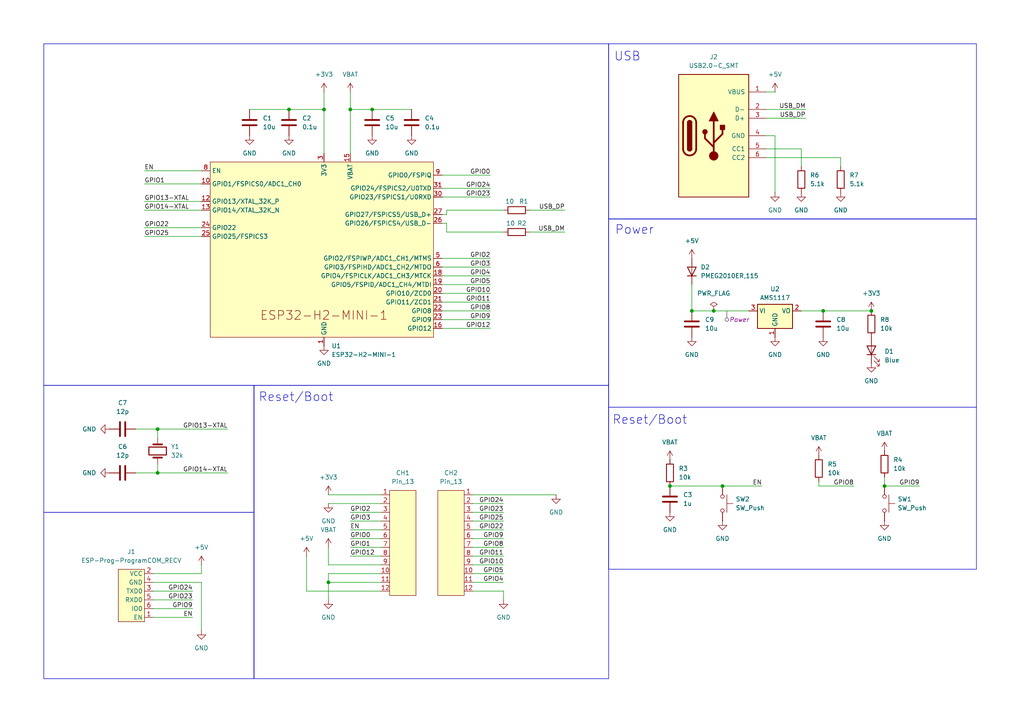
<source format=kicad_sch>
(kicad_sch (version 20231120) (generator "eeschema") (generator_version "8.0")
  (paper "A4")
  (title_block (title "ESP32-H2-MINI-1 DevBoard B") (rev "v1.0.0") (company "Atsushi Morimoto (@74th)"))
  (lib_symbols
    (symbol "74th_Interface:ESP-Prog-ProgramCOM_RECV"
      (property "Reference" "J" (at 0 5.08 0))
      (property "Value" "ESP-Prog-ProgramCOM_RECV" (at 0 7.62 0))
      (symbol "ESP-Prog-ProgramCOM_RECV_0_1"
        (rectangle (start -3.81 3.81) (end 3.81 -11.43) (stroke (width 0.1524)) (fill (type background)))
      )
      (symbol "ESP-Prog-ProgramCOM_RECV_1_1"
        (pin output line (at 6.35 -10.16 180) (length 2.54) (name "EN") (number "1"))
        (pin passive line (at 6.35 2.54 180) (length 2.54) (name "VCC") (number "2"))
        (pin input line (at 6.35 -2.54 180) (length 2.54) (name "TXD0") (number "3"))
        (pin passive line (at 6.35 0 180) (length 2.54) (name "GND") (number "4"))
        (pin output line (at 6.35 -5.08 180) (length 2.54) (name "RXD0") (number "5"))
        (pin output line (at 6.35 -7.62 180) (length 2.54) (name "IO0") (number "6"))
      )
    )
    (symbol "74th_Interface:Pin_12"
      (property "Reference" "CH2" (at 0 6.35 0))
      (property "Value" "Pin_13" (at 0 3.81 0))
      (symbol "Pin_12_0_1"
        (rectangle (start -3.81 1.27) (end 3.81 -29.21) (stroke (width 0.1524)) (fill (type background)))
      )
      (symbol "Pin_12_1_1"
        (pin power_in line (at 6.35 0 180) (length 2.54) (name "") (number "1"))
        (pin bidirectional line (at 6.35 -22.86 180) (length 2.54) (name "") (number "10"))
        (pin power_in line (at 6.35 -25.4 180) (length 2.54) (name "") (number "11"))
        (pin power_in line (at 6.35 -27.94 180) (length 2.54) (name "") (number "12"))
        (pin bidirectional line (at 6.35 -2.54 180) (length 2.54) (name "") (number "2"))
        (pin bidirectional line (at 6.35 -5.08 180) (length 2.54) (name "") (number "3"))
        (pin bidirectional line (at 6.35 -7.62 180) (length 2.54) (name "") (number "4"))
        (pin bidirectional line (at 6.35 -10.16 180) (length 2.54) (name "") (number "5"))
        (pin bidirectional line (at 6.35 -12.7 180) (length 2.54) (name "") (number "6"))
        (pin bidirectional line (at 6.35 -15.24 180) (length 2.54) (name "") (number "7"))
        (pin bidirectional line (at 6.35 -17.78 180) (length 2.54) (name "") (number "8"))
        (pin bidirectional line (at 6.35 -20.32 180) (length 2.54) (name "") (number "9"))
      )
    )
    (symbol "74th_Interface:USB_TypeC-2.0_Receptacle" (pin_names (offset 1.016))
      (property "Reference" "J" (at -10.16 19.05 0))
      (property "Value" "USB2.0-C_SMT" (at 15.24 19.05 0))
      (symbol "USB_TypeC-2.0_Receptacle_0_1"
        (rectangle (start -10.16 17.78) (end 10.16 -17.78) (stroke (width 0.254)) (fill (type background)))
        (arc (start -8.89 -3.81) (mid -6.985 -5.7067) (end -5.08 -3.81) (stroke (width 0.508)))
        (arc (start -7.62 -3.81) (mid -6.985 -4.4423) (end -6.35 -3.81) (stroke (width 0.254)))
        (arc (start -7.62 -3.81) (mid -6.985 -4.4423) (end -6.35 -3.81) (stroke (width 0.254)) (fill (type outline)))
        (rectangle (start -7.62 -3.81) (end -6.35 3.81) (stroke (width 0.254)) (fill (type outline)))
        (arc (start -6.35 3.81) (mid -6.985 4.4423) (end -7.62 3.81) (stroke (width 0.254)))
        (arc (start -6.35 3.81) (mid -6.985 4.4423) (end -7.62 3.81) (stroke (width 0.254)) (fill (type outline)))
        (arc (start -5.08 3.81) (mid -6.985 5.7067) (end -8.89 3.81) (stroke (width 0.508)))
        (circle (center -2.54 1.143) (radius 0.635) (stroke (width 0.254)) (fill (type outline)))
        (circle (center 0 -5.842) (radius 1.27) (fill (type outline)))
        (polyline (pts (xy -8.89 -3.81) (xy -8.89 3.81)) (stroke (width 0.508)))
        (polyline (pts (xy -5.08 3.81) (xy -5.08 -3.81)) (stroke (width 0.508)))
        (polyline (pts (xy 0 -5.842) (xy 0 4.318)) (stroke (width 0.508)))
        (polyline (pts (xy 0 -3.302) (xy -2.54 -0.762) (xy -2.54 0.508)) (stroke (width 0.508)))
        (polyline (pts (xy 0 -2.032) (xy 2.54 0.508) (xy 2.54 1.778)) (stroke (width 0.508)))
        (polyline (pts (xy -1.27 4.318) (xy 0 6.858) (xy 1.27 4.318) (xy -1.27 4.318)) (stroke (width 0.254)) (fill (type outline)))
        (rectangle (start 1.905 1.778) (end 3.175 3.048) (stroke (width 0.254)) (fill (type outline)))
      )
      (symbol "USB_TypeC-2.0_Receptacle_1_1"
        (pin power_out line (at 15.24 12.7 180) (length 5.08) (name "VBUS") (number "1"))
        (pin bidirectional line (at 15.24 7.62 180) (length 5.08) (name "D-") (number "2"))
        (pin bidirectional line (at 15.24 5.08 180) (length 5.08) (name "D+") (number "3"))
        (pin power_out line (at 15.24 0 180) (length 5.08) (name "GND") (number "4"))
        (pin input line (at 15.24 -3.81 180) (length 5.08) (name "CC1") (number "5"))
        (pin input line (at 15.24 -6.35 180) (length 5.08) (name "CC2") (number "6"))
      )
    )
    (symbol "74th_Passive:AMS1117-3.3_Regulator_SOT223"
      (property "Reference" "U" (at -3.81 3.175 0))
      (property "Value" "AMS1117" (at 0 3.175 0))
      (symbol "AMS1117-3.3_Regulator_SOT223_0_1"
        (rectangle (start -5.08 1.905) (end 5.08 -5.08) (stroke (width 0.254)) (fill (type background)))
      )
      (symbol "AMS1117-3.3_Regulator_SOT223_1_1"
        (pin power_in line (at 0 -7.62 90) (length 2.54) (name "GND") (number "1"))
        (pin power_out line (at 7.62 0 180) (length 2.54) (name "VO") (number "2"))
        (pin power_in line (at -7.62 0 0) (length 2.54) (name "VI") (number "3"))
      )
    )
    (symbol "74th_Power:VBAT" (power) (pin_numbers hide) (pin_names (offset 0) hide)
      (property "Value" "VBAT" (at 0 3.556 0))
      (symbol "VBAT_0_1"
        (polyline (pts (xy -0.762 1.27) (xy 0 2.54)))
        (polyline (pts (xy 0 0) (xy 0 2.54)))
        (polyline (pts (xy 0 2.54) (xy 0.762 1.27)))
      )
      (symbol "VBAT_1_1"
        (pin power_in line (at 0 0 90) (length 0) (name "~") (number "1"))
      )
    )
    (symbol "Device:C" (pin_numbers hide) (pin_names (offset 0.254))
      (property "Reference" "C" (at 0.635 2.54 0))
      (property "Value" "C" (at 0.635 -2.54 0))
      (symbol "C_0_1"
        (polyline (pts (xy -2.032 -0.762) (xy 2.032 -0.762)) (stroke (width 0.508)))
        (polyline (pts (xy -2.032 0.762) (xy 2.032 0.762)) (stroke (width 0.508)))
      )
      (symbol "C_1_1"
        (pin passive line (at 0 3.81 270) (length 2.794) (name "~") (number "1"))
        (pin passive line (at 0 -3.81 90) (length 2.794) (name "~") (number "2"))
      )
    )
    (symbol "Device:Crystal" (pin_numbers hide) (pin_names (offset 1.016) hide)
      (property "Reference" "Y" (at 0 3.81 0))
      (property "Value" "Crystal" (at 0 -3.81 0))
      (symbol "Crystal_0_1"
        (rectangle (start -1.143 2.54) (end 1.143 -2.54) (stroke (width 0.3048)))
        (polyline (pts (xy -2.54 0) (xy -1.905 0)))
        (polyline (pts (xy -1.905 -1.27) (xy -1.905 1.27)) (stroke (width 0.508)))
        (polyline (pts (xy 1.905 -1.27) (xy 1.905 1.27)) (stroke (width 0.508)))
        (polyline (pts (xy 2.54 0) (xy 1.905 0)))
      )
      (symbol "Crystal_1_1"
        (pin passive line (at -3.81 0 0) (length 1.27) (name "1") (number "1"))
        (pin passive line (at 3.81 0 180) (length 1.27) (name "2") (number "2"))
      )
    )
    (symbol "Device:D" (pin_numbers hide) (pin_names (offset 1.016) hide)
      (property "Reference" "D" (at 0 2.54 0))
      (property "Value" "D" (at 0 -2.54 0))
      (symbol "D_0_1"
        (polyline (pts (xy -1.27 1.27) (xy -1.27 -1.27)) (stroke (width 0.254)))
        (polyline (pts (xy 1.27 0) (xy -1.27 0)))
        (polyline (pts (xy 1.27 1.27) (xy 1.27 -1.27) (xy -1.27 0) (xy 1.27 1.27)) (stroke (width 0.254)))
      )
      (symbol "D_1_1"
        (pin passive line (at -3.81 0 0) (length 2.54) (name "K") (number "1"))
        (pin passive line (at 3.81 0 180) (length 2.54) (name "A") (number "2"))
      )
    )
    (symbol "Device:LED" (pin_numbers hide) (pin_names (offset 1.016) hide)
      (property "Reference" "D" (at 0 2.54 0))
      (property "Value" "LED" (at 0 -2.54 0))
      (symbol "LED_0_1"
        (polyline (pts (xy -1.27 -1.27) (xy -1.27 1.27)) (stroke (width 0.254)))
        (polyline (pts (xy -1.27 0) (xy 1.27 0)))
        (polyline (pts (xy 1.27 -1.27) (xy 1.27 1.27) (xy -1.27 0) (xy 1.27 -1.27)) (stroke (width 0.254)))
        (polyline (pts (xy -3.048 -0.762) (xy -4.572 -2.286) (xy -3.81 -2.286) (xy -4.572 -2.286) (xy -4.572 -1.524)))
        (polyline (pts (xy -1.778 -0.762) (xy -3.302 -2.286) (xy -2.54 -2.286) (xy -3.302 -2.286) (xy -3.302 -1.524)))
      )
      (symbol "LED_1_1"
        (pin passive line (at -3.81 0 0) (length 2.54) (name "K") (number "1"))
        (pin passive line (at 3.81 0 180) (length 2.54) (name "A") (number "2"))
      )
    )
    (symbol "Device:R" (pin_numbers hide) (pin_names (offset 0))
      (property "Reference" "R" (at 2.032 0 90))
      (property "Value" "R" (at 0 0 90))
      (symbol "R_0_1"
        (rectangle (start -1.016 -2.54) (end 1.016 2.54) (stroke (width 0.254)))
      )
      (symbol "R_1_1"
        (pin passive line (at 0 3.81 270) (length 1.27) (name "~") (number "1"))
        (pin passive line (at 0 -3.81 90) (length 1.27) (name "~") (number "2"))
      )
    )
    (symbol "PCM_Espressif:ESP32-H2-MINI-1"
      (property "Reference" "U" (at -33.02 30.48 0))
      (property "Value" "ESP32-H2-MINI-1" (at -33.02 27.94 0))
      (symbol "ESP32-H2-MINI-1_0_1"
        (rectangle (start -33.02 25.4) (end 31.75 -25.4) (fill (type background)))
      )
      (symbol "ESP32-H2-MINI-1_1_0"
        (text "ESP32-H2-MINI-1" (at 0 -19.05 0) (effects (font (size 2.54 2.54))))
        (pin bidirectional line (at -35.56 19.05 0) (length 2.54) (name "GPIO1/FSPICS0/ADC1_CH0") (number "10"))
        (pin no_connect line (at -35.56 -13.97 0) (length 2.54) hide (name "NC") (number "17"))
        (pin bidirectional line (at -35.56 6.35 0) (length 2.54) (name "GPIO22") (number "24"))
        (pin bidirectional line (at -35.56 3.81 0) (length 2.54) (name "GPIO25/FSPICS3") (number "25"))
        (pin no_connect line (at -35.56 -13.97 0) (length 2.54) hide (name "NC") (number "28"))
        (pin no_connect line (at -35.56 -13.97 0) (length 2.54) hide (name "NC") (number "29"))
        (pin no_connect line (at -35.56 -13.97 0) (length 2.54) hide (name "NC") (number "32"))
        (pin no_connect line (at -35.56 -13.97 0) (length 2.54) hide (name "NC") (number "33"))
        (pin no_connect line (at -35.56 -13.97 0) (length 2.54) hide (name "NC") (number "34"))
        (pin no_connect line (at -35.56 -13.97 0) (length 2.54) hide (name "NC") (number "35"))
        (pin no_connect line (at -35.56 -13.97 0) (length 2.54) hide (name "NC") (number "4"))
        (pin no_connect line (at -35.56 -13.97 0) (length 2.54) hide (name "NC") (number "7"))
        (pin bidirectional line (at 34.29 21.59 180) (length 2.54) (name "GPIO0/FSPIQ") (number "9"))
      )
      (symbol "ESP32-H2-MINI-1_1_1"
        (pin power_in line (at 0 -27.94 90) (length 2.54) (name "GND") (number "1"))
        (pin passive line (at 0 -27.94 90) (length 2.54) hide (name "GND") (number "11"))
        (pin bidirectional line (at -35.56 13.97 0) (length 2.54) (name "GPIO13/XTAL_32K_P") (number "12"))
        (pin bidirectional line (at -35.56 11.43 0) (length 2.54) (name "GPIO14/XTAL_32K_N") (number "13"))
        (pin passive line (at 0 -27.94 90) (length 2.54) hide (name "GND") (number "14"))
        (pin input line (at 7.62 27.94 270) (length 2.54) (name "VBAT") (number "15"))
        (pin bidirectional line (at 34.29 -22.86 180) (length 2.54) (name "GPIO12") (number "16"))
        (pin bidirectional line (at 34.29 -7.62 180) (length 2.54) (name "GPIO4/FSPICLK/ADC1_CH3/MTCK") (number "18"))
        (pin bidirectional line (at 34.29 -10.16 180) (length 2.54) (name "GPIO5/FSPID/ADC1_CH4/MTDI") (number "19"))
        (pin passive line (at 0 -27.94 90) (length 2.54) hide (name "GND") (number "2"))
        (pin bidirectional line (at 34.29 -12.7 180) (length 2.54) (name "GPIO10/ZCD0") (number "20"))
        (pin bidirectional line (at 34.29 -15.24 180) (length 2.54) (name "GPIO11/ZCD1") (number "21"))
        (pin bidirectional line (at 34.29 -17.78 180) (length 2.54) (name "GPIO8") (number "22"))
        (pin bidirectional line (at 34.29 -20.32 180) (length 2.54) (name "GPIO9") (number "23"))
        (pin bidirectional line (at 34.29 7.62 180) (length 2.54) (name "GPIO26/FSPICS4/USB_D-") (number "26"))
        (pin bidirectional line (at 34.29 10.16 180) (length 2.54) (name "GPIO27/FSPICS5/USB_D+") (number "27"))
        (pin power_in line (at 0 27.94 270) (length 2.54) (name "3V3") (number "3"))
        (pin bidirectional line (at 34.29 15.24 180) (length 2.54) (name "GPIO23/FSPICS1/U0RXD") (number "30"))
        (pin bidirectional line (at 34.29 17.78 180) (length 2.54) (name "GPIO24/FSPICS2/U0TXD") (number "31"))
        (pin passive line (at 0 -27.94 90) (length 2.54) hide (name "GND") (number "36"))
        (pin passive line (at 0 -27.94 90) (length 2.54) hide (name "GND") (number "37"))
        (pin passive line (at 0 -27.94 90) (length 2.54) hide (name "GND") (number "38"))
        (pin passive line (at 0 -27.94 90) (length 2.54) hide (name "GND") (number "39"))
        (pin passive line (at 0 -27.94 90) (length 2.54) hide (name "GND") (number "40"))
        (pin passive line (at 0 -27.94 90) (length 2.54) hide (name "GND") (number "41"))
        (pin passive line (at 0 -27.94 90) (length 2.54) hide (name "GND") (number "42"))
        (pin passive line (at 0 -27.94 90) (length 2.54) hide (name "GND") (number "43"))
        (pin passive line (at 0 -27.94 90) (length 2.54) hide (name "GND") (number "44"))
        (pin passive line (at 0 -27.94 90) (length 2.54) hide (name "GND") (number "45"))
        (pin passive line (at 0 -27.94 90) (length 2.54) hide (name "GND") (number "46"))
        (pin passive line (at 0 -27.94 90) (length 2.54) hide (name "GND") (number "47"))
        (pin passive line (at 0 -27.94 90) (length 2.54) hide (name "GND") (number "48"))
        (pin passive line (at 0 -27.94 90) (length 2.54) hide (name "GND") (number "49"))
        (pin bidirectional line (at 34.29 -2.54 180) (length 2.54) (name "GPIO2/FSPIWP/ADC1_CH1/MTMS") (number "5"))
        (pin passive line (at 0 -27.94 90) (length 2.54) hide (name "GND") (number "50"))
        (pin passive line (at 0 -27.94 90) (length 2.54) hide (name "GND") (number "51"))
        (pin passive line (at 0 -27.94 90) (length 2.54) hide (name "GND") (number "52"))
        (pin passive line (at 0 -27.94 90) (length 2.54) hide (name "GND") (number "53"))
        (pin bidirectional line (at 34.29 -5.08 180) (length 2.54) (name "GPIO3/FSPIHD/ADC1_CH2/MTDO") (number "6"))
        (pin input line (at -35.56 22.86 0) (length 2.54) (name "EN") (number "8"))
      )
    )
    (symbol "Pin_12_1"
      (property "Reference" "CH1" (at 0 6.35 0))
      (property "Value" "Pin_13" (at 0 3.81 0))
      (symbol "Pin_12_1_0_1"
        (rectangle (start -3.81 1.27) (end 3.81 -29.21) (stroke (width 0.1524)) (fill (type background)))
      )
      (symbol "Pin_12_1_1_1"
        (pin power_in line (at 6.35 0 180) (length 2.54) (name "") (number "1"))
        (pin bidirectional line (at 6.35 -22.86 180) (length 2.54) (name "") (number "10"))
        (pin power_in line (at 6.35 -25.4 180) (length 2.54) (name "") (number "11"))
        (pin power_out line (at 6.35 -27.94 180) (length 2.54) (name "") (number "12"))
        (pin bidirectional line (at 6.35 -2.54 180) (length 2.54) (name "") (number "2"))
        (pin bidirectional line (at 6.35 -5.08 180) (length 2.54) (name "") (number "3"))
        (pin bidirectional line (at 6.35 -7.62 180) (length 2.54) (name "") (number "4"))
        (pin bidirectional line (at 6.35 -10.16 180) (length 2.54) (name "") (number "5"))
        (pin bidirectional line (at 6.35 -12.7 180) (length 2.54) (name "") (number "6"))
        (pin bidirectional line (at 6.35 -15.24 180) (length 2.54) (name "") (number "7"))
        (pin bidirectional line (at 6.35 -17.78 180) (length 2.54) (name "") (number "8"))
        (pin bidirectional line (at 6.35 -20.32 180) (length 2.54) (name "") (number "9"))
      )
    )
    (symbol "Switch:SW_Push" (pin_numbers hide) (pin_names (offset 1.016) hide)
      (property "Reference" "SW" (at 1.27 2.54 0))
      (property "Value" "SW_Push" (at 0 -1.524 0))
      (symbol "SW_Push_0_1"
        (circle (center -2.032 0) (radius 0.508))
        (polyline (pts (xy 0 1.27) (xy 0 3.048)))
        (polyline (pts (xy 2.54 1.27) (xy -2.54 1.27)))
        (circle (center 2.032 0) (radius 0.508))
        (pin passive line (at -5.08 0 0) (length 2.54) (name "1") (number "1"))
        (pin passive line (at 5.08 0 180) (length 2.54) (name "2") (number "2"))
      )
    )
    (symbol "power:+3V3" (power) (pin_numbers hide) (pin_names (offset 0) hide)
      (property "Value" "+3V3" (at 0 3.556 0))
      (symbol "+3V3_0_1"
        (polyline (pts (xy -0.762 1.27) (xy 0 2.54)))
        (polyline (pts (xy 0 0) (xy 0 2.54)))
        (polyline (pts (xy 0 2.54) (xy 0.762 1.27)))
      )
      (symbol "+3V3_1_1"
        (pin power_in line (at 0 0 90) (length 0) (name "~") (number "1"))
      )
    )
    (symbol "power:+5V" (power) (pin_numbers hide) (pin_names (offset 0) hide)
      (property "Value" "+5V" (at 0 3.556 0))
      (symbol "+5V_0_1"
        (polyline (pts (xy -0.762 1.27) (xy 0 2.54)))
        (polyline (pts (xy 0 0) (xy 0 2.54)))
        (polyline (pts (xy 0 2.54) (xy 0.762 1.27)))
      )
      (symbol "+5V_1_1"
        (pin power_in line (at 0 0 90) (length 0) (name "~") (number "1"))
      )
    )
    (symbol "power:GND" (power) (pin_numbers hide) (pin_names (offset 0) hide)
      (property "Value" "GND" (at 0 -3.81 0))
      (symbol "GND_0_1"
        (polyline (pts (xy 0 0) (xy 0 -1.27) (xy 1.27 -1.27) (xy 0 -2.54) (xy -1.27 -1.27) (xy 0 -1.27)))
      )
      (symbol "GND_1_1"
        (pin power_in line (at 0 0 270) (length 0) (name "~") (number "1"))
      )
    )
    (symbol "power:PWR_FLAG" (power) (pin_numbers hide) (pin_names (offset 0) hide)
      (property "Value" "PWR_FLAG" (at 0 3.81 0))
      (symbol "PWR_FLAG_0_0"
        (pin power_out line (at 0 0 90) (length 0) (name "~") (number "1"))
      )
      (symbol "PWR_FLAG_0_1"
        (polyline (pts (xy 0 0) (xy 0 1.27) (xy -1.016 1.905) (xy 0 2.54) (xy 1.016 1.905) (xy 0 1.27)))
      )
    )
  )
  (junction (at 200.66 90.17))
  (junction (at 107.95 31.75))
  (junction (at 207.01 90.17))
  (junction (at 238.76 90.17))
  (junction (at 93.98 31.75))
  (junction (at 45.72 124.46))
  (junction (at 45.72 137.16))
  (junction (at 194.31 140.97))
  (junction (at 252.73 90.17))
  (junction (at 83.82 31.75))
  (junction (at 209.55 140.97))
  (junction (at 256.54 140.97))
  (junction (at 101.6 31.75))
  (junction (at 95.25 168.91))
  (wire (pts (xy 222.25 31.75) (xy 233.68 31.75)))
  (wire (pts (xy 41.91 58.42) (xy 58.42 58.42)))
  (wire (pts (xy 224.79 39.37) (xy 224.79 55.88)))
  (wire (pts (xy 137.16 151.13) (xy 146.05 151.13)))
  (wire (pts (xy 137.16 148.59) (xy 146.05 148.59)))
  (wire (pts (xy 137.16 153.67) (xy 146.05 153.67)))
  (wire (pts (xy 207.01 90.17) (xy 217.17 90.17)))
  (wire (pts (xy 200.66 82.55) (xy 200.66 90.17)))
  (wire (pts (xy 110.49 166.37) (xy 95.25 166.37)))
  (wire (pts (xy 247.65 140.97) (xy 237.49 140.97)))
  (wire (pts (xy 153.67 67.31) (xy 163.83 67.31)))
  (wire (pts (xy 101.6 31.75) (xy 107.95 31.75)))
  (wire (pts (xy 128.27 74.93) (xy 142.24 74.93)))
  (wire (pts (xy 237.49 140.97) (xy 237.49 139.7)))
  (wire (pts (xy 58.42 163.83) (xy 58.42 166.37)))
  (wire (pts (xy 128.27 85.09) (xy 142.24 85.09)))
  (wire (pts (xy 101.6 156.21) (xy 110.49 156.21)))
  (wire (pts (xy 93.98 26.67) (xy 93.98 31.75)))
  (wire (pts (xy 41.91 68.58) (xy 58.42 68.58)))
  (wire (pts (xy 129.54 62.23) (xy 128.27 62.23)))
  (wire (pts (xy 88.9 161.29) (xy 88.9 171.45)))
  (wire (pts (xy 256.54 138.43) (xy 256.54 140.97)))
  (wire (pts (xy 243.84 45.72) (xy 243.84 48.26)))
  (wire (pts (xy 110.49 143.51) (xy 95.25 143.51)))
  (wire (pts (xy 58.42 166.37) (xy 44.45 166.37)))
  (wire (pts (xy 93.98 44.45) (xy 93.98 31.75)))
  (wire (pts (xy 41.91 60.96) (xy 58.42 60.96)))
  (wire (pts (xy 101.6 158.75) (xy 110.49 158.75)))
  (wire (pts (xy 128.27 87.63) (xy 142.24 87.63)))
  (wire (pts (xy 110.49 168.91) (xy 95.25 168.91)))
  (wire (pts (xy 200.66 90.17) (xy 207.01 90.17)))
  (wire (pts (xy 45.72 134.62) (xy 45.72 137.16)))
  (wire (pts (xy 44.45 171.45) (xy 55.88 171.45)))
  (wire (pts (xy 101.6 161.29) (xy 110.49 161.29)))
  (wire (pts (xy 58.42 168.91) (xy 58.42 182.88)))
  (wire (pts (xy 137.16 171.45) (xy 146.05 171.45)))
  (wire (pts (xy 137.16 163.83) (xy 146.05 163.83)))
  (wire (pts (xy 222.25 39.37) (xy 224.79 39.37)))
  (wire (pts (xy 41.91 49.53) (xy 58.42 49.53)))
  (wire (pts (xy 44.45 173.99) (xy 55.88 173.99)))
  (wire (pts (xy 83.82 31.75) (xy 72.39 31.75)))
  (wire (pts (xy 128.27 95.25) (xy 142.24 95.25)))
  (wire (pts (xy 101.6 44.45) (xy 101.6 31.75)))
  (wire (pts (xy 209.55 140.97) (xy 220.98 140.97)))
  (wire (pts (xy 93.98 31.75) (xy 83.82 31.75)))
  (wire (pts (xy 137.16 166.37) (xy 146.05 166.37)))
  (wire (pts (xy 256.54 140.97) (xy 266.7 140.97)))
  (wire (pts (xy 129.54 67.31) (xy 146.05 67.31)))
  (wire (pts (xy 95.25 166.37) (xy 95.25 168.91)))
  (wire (pts (xy 44.45 168.91) (xy 58.42 168.91)))
  (wire (pts (xy 128.27 50.8) (xy 142.24 50.8)))
  (wire (pts (xy 128.27 64.77) (xy 129.54 64.77)))
  (wire (pts (xy 194.31 140.97) (xy 209.55 140.97)))
  (wire (pts (xy 41.91 53.34) (xy 58.42 53.34)))
  (wire (pts (xy 222.25 45.72) (xy 243.84 45.72)))
  (wire (pts (xy 45.72 124.46) (xy 39.37 124.46)))
  (wire (pts (xy 88.9 171.45) (xy 110.49 171.45)))
  (wire (pts (xy 137.16 146.05) (xy 146.05 146.05)))
  (wire (pts (xy 137.16 168.91) (xy 146.05 168.91)))
  (wire (pts (xy 153.67 60.96) (xy 163.83 60.96)))
  (wire (pts (xy 95.25 158.75) (xy 95.25 163.83)))
  (wire (pts (xy 137.16 161.29) (xy 146.05 161.29)))
  (wire (pts (xy 129.54 60.96) (xy 146.05 60.96)))
  (wire (pts (xy 66.04 137.16) (xy 45.72 137.16)))
  (wire (pts (xy 128.27 77.47) (xy 142.24 77.47)))
  (wire (pts (xy 128.27 82.55) (xy 142.24 82.55)))
  (wire (pts (xy 107.95 31.75) (xy 119.38 31.75)))
  (wire (pts (xy 44.45 179.07) (xy 55.88 179.07)))
  (wire (pts (xy 232.41 43.18) (xy 232.41 48.26)))
  (wire (pts (xy 128.27 57.15) (xy 142.24 57.15)))
  (wire (pts (xy 101.6 26.67) (xy 101.6 31.75)))
  (wire (pts (xy 222.25 43.18) (xy 232.41 43.18)))
  (wire (pts (xy 222.25 34.29) (xy 233.68 34.29)))
  (wire (pts (xy 146.05 171.45) (xy 146.05 173.99)))
  (wire (pts (xy 39.37 137.16) (xy 45.72 137.16)))
  (wire (pts (xy 45.72 127) (xy 45.72 124.46)))
  (wire (pts (xy 129.54 60.96) (xy 129.54 62.23)))
  (wire (pts (xy 44.45 176.53) (xy 55.88 176.53)))
  (wire (pts (xy 101.6 148.59) (xy 110.49 148.59)))
  (wire (pts (xy 41.91 66.04) (xy 58.42 66.04)))
  (wire (pts (xy 137.16 143.51) (xy 161.29 143.51)))
  (wire (pts (xy 137.16 156.21) (xy 146.05 156.21)))
  (wire (pts (xy 101.6 153.67) (xy 110.49 153.67)))
  (wire (pts (xy 137.16 158.75) (xy 146.05 158.75)))
  (wire (pts (xy 238.76 90.17) (xy 252.73 90.17)))
  (wire (pts (xy 222.25 26.67) (xy 224.79 26.67)))
  (wire (pts (xy 95.25 163.83) (xy 110.49 163.83)))
  (wire (pts (xy 128.27 54.61) (xy 142.24 54.61)))
  (wire (pts (xy 128.27 90.17) (xy 142.24 90.17)))
  (wire (pts (xy 101.6 151.13) (xy 110.49 151.13)))
  (wire (pts (xy 45.72 124.46) (xy 66.04 124.46)))
  (wire (pts (xy 128.27 92.71) (xy 142.24 92.71)))
  (wire (pts (xy 95.25 168.91) (xy 95.25 173.99)))
  (wire (pts (xy 232.41 90.17) (xy 238.76 90.17)))
  (wire (pts (xy 129.54 64.77) (xy 129.54 67.31)))
  (wire (pts (xy 95.25 146.05) (xy 110.49 146.05)))
  (wire (pts (xy 128.27 80.01) (xy 142.24 80.01)))
  (rectangle (start 176.53 12.7) (end 283.21 63.5))
  (rectangle (start 12.7 148.59) (end 73.66 196.85))
  (rectangle (start 73.66 111.76) (end 176.53 196.85))
  (rectangle (start 12.7 111.76) (end 73.66 148.59))
  (rectangle (start 176.53 118.11) (end 283.21 165.1))
  (rectangle (start 176.53 63.5) (end 283.21 118.11))
  (rectangle (start 12.7 12.7) (end 176.53 111.76))
  (text "Reset/Boot" (at 74.93 113.792 0) (effects (font (size 2.54 2.54)) (justify left top)))
  (text "USB" (at 178.054 14.986 0) (effects (font (size 2.54 2.54)) (justify left top)))
  (text "Reset/Boot" (at 177.546 120.396 0) (effects (font (size 2.54 2.54)) (justify left top)))
  (text "Power" (at 178.308 65.278 0) (effects (font (size 2.54 2.54)) (justify left top)))
  (label "GPIO5" (at 142.24 82.55 180))
  (label "USB_DM" (at 163.83 67.31 180))
  (label "GPIO24" (at 55.88 171.45 180))
  (label "GPIO5" (at 146.05 166.37 180))
  (label "GPIO23" (at 55.88 173.99 180))
  (label "GPIO4" (at 146.05 168.91 180))
  (label "GPIO8" (at 142.24 90.17 180))
  (label "GPIO3" (at 101.6 151.13 0))
  (label "GPIO23" (at 146.05 148.59 180))
  (label "GPIO24" (at 146.05 146.05 180))
  (label "GPIO3" (at 142.24 77.47 180))
  (label "GPIO0" (at 142.24 50.8 180))
  (label "GPIO10" (at 146.05 163.83 180))
  (label "GPIO25" (at 41.91 68.58 0))
  (label "GPIO10" (at 142.24 85.09 180))
  (label "GPIO9" (at 142.24 92.71 180))
  (label "GPIO11" (at 146.05 161.29 180))
  (label "GPIO25" (at 146.05 151.13 180))
  (label "GPIO22" (at 41.91 66.04 0))
  (label "USB_DP" (at 233.68 34.29 180))
  (label "GPIO13-XTAL" (at 41.91 58.42 0))
  (label "GPIO9" (at 146.05 156.21 180))
  (label "GPIO14-XTAL" (at 41.91 60.96 0))
  (label "GPIO8" (at 146.05 158.75 180))
  (label "EN" (at 220.98 140.97 180))
  (label "GPIO4" (at 142.24 80.01 180))
  (label "GPIO1" (at 41.91 53.34 0))
  (label "GPIO1" (at 101.6 158.75 0))
  (label "GPIO13-XTAL" (at 66.04 124.46 180))
  (label "GPIO14-XTAL" (at 66.04 137.16 180))
  (label "GPIO12" (at 142.24 95.25 180))
  (label "GPIO12" (at 101.6 161.29 0))
  (label "GPIO11" (at 142.24 87.63 180))
  (label "GPIO9" (at 55.88 176.53 180))
  (label "GPIO0" (at 101.6 156.21 0))
  (label "GPIO2" (at 142.24 74.93 180))
  (label "GPIO8" (at 247.65 140.97 180))
  (label "USB_DP" (at 163.83 60.96 180))
  (label "GPIO24" (at 142.24 54.61 180))
  (label "EN" (at 55.88 179.07 180))
  (label "GPIO2" (at 101.6 148.59 0))
  (label "GPIO22" (at 146.05 153.67 180))
  (label "GPIO23" (at 142.24 57.15 180))
  (label "EN" (at 41.91 49.53 0))
  (label "GPIO9" (at 266.7 140.97 180))
  (label "USB_DM" (at 233.68 31.75 180))
  (label "EN" (at 101.6 153.67 0))
  (netclass_flag "" (length 2.54) (shape round) (at 210.82 90.17 180) (property "Netclass" "Power" (at 211.5185 92.71 0) (effects (font (italic yes)) (justify left))))
  (symbol (lib_id "Device:C") (at 107.95 35.56 0) (unit 1)
    (property "Reference" "C5" (at 111.76 34.2899 0) (effects (justify left)))
    (property "Value" "10u" (at 111.76 36.8299 0) (effects (justify left)))
    (property "Footprint" "74th:Capacitor_0805_2012" (effects (hide yes)))
    (property "Description" "Unpolarized capacitor" (effects (hide yes)))
  )
  (symbol (lib_id "74th_Interface:ESP-Prog-ProgramCOM_RECV") (at 38.1 168.91 0) (unit 1)
    (property "Reference" "J1" (at 38.1 160.02 0))
    (property "Value" "ESP-Prog-ProgramCOM_RECV" (at 38.1 162.56 0))
    (property "Footprint" "74th:Connector_BoxPinHeader_2x03_P1.27mm" (effects (hide yes)))
  )
  (symbol (lib_id "74th_Power:VBAT") (at 95.25 158.75 0) (unit 1)
    (property "Reference" "#PWR09" (effects (hide yes)))
    (property "Value" "VBAT" (at 95.25 153.67 0))
    (property "Description" "Power symbol creates a global label with name \"VCC\"" (effects (hide yes)))
  )
  (symbol (lib_id "Device:R") (at 194.31 137.16 0) (unit 1)
    (property "Reference" "R3" (at 196.85 135.8899 0) (effects (justify left)))
    (property "Value" "10k" (at 196.85 138.4299 0) (effects (justify left)))
    (property "Footprint" "74th:Register_0805_2012" (effects (hide yes)))
    (property "Description" "Resistor" (effects (hide yes)))
  )
  (symbol (lib_id "power:GND") (at 31.75 137.16 270) (unit 1)
    (property "Reference" "#PWR010" (effects (hide yes)))
    (property "Value" "GND" (at 27.94 137.1599 90) (effects (justify right)))
    (property "Description" "Power symbol creates a global label with name \"GND\" , ground" (effects (hide yes)))
  )
  (symbol (lib_id "power:+3V3") (at 93.98 26.67 0) (unit 1)
    (property "Reference" "#PWR01" (effects (hide yes)))
    (property "Value" "+3V3" (at 93.98 21.59 0))
    (property "Description" "Power symbol creates a global label with name \"+3V3\"" (effects (hide yes)))
  )
  (symbol (lib_id "Device:LED") (at 252.73 101.6 90) (unit 1)
    (property "Reference" "D1" (at 256.54 101.9174 90) (effects (justify right)))
    (property "Value" "Blue" (at 256.54 104.4574 90) (effects (justify right)))
    (property "Footprint" "74th:LED_0805_2012" (effects (hide yes)))
    (property "Description" "Light emitting diode" (effects (hide yes)))
  )
  (symbol (lib_id "power:GND") (at 31.75 124.46 270) (unit 1)
    (property "Reference" "#PWR011" (effects (hide yes)))
    (property "Value" "GND" (at 27.94 124.4599 90) (effects (justify right)))
    (property "Description" "Power symbol creates a global label with name \"GND\" , ground" (effects (hide yes)))
  )
  (symbol (lib_id "Device:D") (at 200.66 78.74 90) (unit 1)
    (property "Reference" "D2" (at 203.2 77.4699 90) (effects (justify right)))
    (property "Value" "PMEG2010ER,115" (at 203.2 80.0099 90) (effects (justify right)))
    (property "Footprint" "74th:Package_SOD123W" (effects (hide yes)))
    (property "Description" "Diode" (effects (hide yes)))
    (property "Sim.Device" "D" (effects (hide yes)))
    (property "Sim.Pins" "1=K 2=A" (effects (hide yes)))
  )
  (symbol (lib_id "Device:C") (at 200.66 93.98 0) (unit 1)
    (property "Reference" "C9" (at 204.47 92.7099 0) (effects (justify left)))
    (property "Value" "10u" (at 204.47 95.2499 0) (effects (justify left)))
    (property "Footprint" "74th:Capacitor_0805_2012" (effects (hide yes)))
    (property "Description" "Unpolarized capacitor" (effects (hide yes)))
  )
  (symbol (lib_id "power:GND") (at 161.29 143.51 0) (unit 1)
    (property "Reference" "#PWR07" (effects (hide yes)))
    (property "Value" "GND" (at 161.29 148.59 0))
    (property "Description" "Power symbol creates a global label with name \"GND\" , ground" (effects (hide yes)))
  )
  (symbol (lib_id "power:GND") (at 107.95 39.37 0) (unit 1)
    (property "Reference" "#PWR044" (effects (hide yes)))
    (property "Value" "GND" (at 107.95 44.45 0))
    (property "Description" "Power symbol creates a global label with name \"GND\" , ground" (effects (hide yes)))
  )
  (symbol (lib_id "Device:R") (at 149.86 60.96 90) (unit 1)
    (property "Reference" "R1" (at 151.892 58.42 90))
    (property "Value" "10" (at 147.828 58.42 90))
    (property "Footprint" "74th:Register_0805_2012" (effects (hide yes)))
    (property "Description" "Resistor" (effects (hide yes)))
  )
  (symbol (lib_id "power:GND") (at 224.79 97.79 0) (unit 1)
    (property "Reference" "#PWR020" (effects (hide yes)))
    (property "Value" "GND" (at 224.79 102.87 0))
    (property "Description" "Power symbol creates a global label with name \"GND\" , ground" (effects (hide yes)))
  )
  (symbol (lib_id "power:GND") (at 93.98 100.33 0) (unit 1)
    (property "Reference" "#PWR04" (effects (hide yes)))
    (property "Value" "GND" (at 93.98 105.41 0))
    (property "Description" "Power symbol creates a global label with name \"GND\" , ground" (effects (hide yes)))
  )
  (symbol (lib_id "Device:C") (at 83.82 35.56 0) (unit 1)
    (property "Reference" "C2" (at 87.63 34.2899 0) (effects (justify left)))
    (property "Value" "0.1u" (at 87.63 36.8299 0) (effects (justify left)))
    (property "Footprint" "74th:Capacitor_0805_2012" (effects (hide yes)))
    (property "Description" "Unpolarized capacitor" (effects (hide yes)))
  )
  (symbol (lib_id "power:+3V3") (at 252.73 90.17 0) (unit 1)
    (property "Reference" "#PWR022" (effects (hide yes)))
    (property "Value" "+3V3" (at 252.73 85.09 0))
    (property "Description" "Power symbol creates a global label with name \"+3V3\"" (effects (hide yes)))
  )
  (symbol (lib_id "power:GND") (at 256.54 151.13 0) (unit 1)
    (property "Reference" "#PWR028" (effects (hide yes)))
    (property "Value" "GND" (at 256.54 156.21 0))
    (property "Description" "Power symbol creates a global label with name \"GND\" , ground" (effects (hide yes)))
  )
  (symbol (lib_id "power:GND") (at 72.39 39.37 0) (unit 1)
    (property "Reference" "#PWR02" (effects (hide yes)))
    (property "Value" "GND" (at 72.39 44.45 0))
    (property "Description" "Power symbol creates a global label with name \"GND\" , ground" (effects (hide yes)))
  )
  (symbol (lib_id "power:GND") (at 194.31 148.59 0) (unit 1)
    (property "Reference" "#PWR024" (effects (hide yes)))
    (property "Value" "GND" (at 194.31 153.67 0))
    (property "Description" "Power symbol creates a global label with name \"GND\" , ground" (effects (hide yes)))
  )
  (symbol (lib_id "Device:C") (at 72.39 35.56 0) (unit 1)
    (property "Reference" "C1" (at 76.2 34.2899 0) (effects (justify left)))
    (property "Value" "10u" (at 76.2 36.8299 0) (effects (justify left)))
    (property "Footprint" "74th:Capacitor_0805_2012" (effects (hide yes)))
    (property "Description" "Unpolarized capacitor" (effects (hide yes)))
  )
  (symbol (lib_id "Device:Crystal") (at 45.72 130.81 90) (unit 1)
    (property "Reference" "Y1" (at 49.53 129.5399 90) (effects (justify right)))
    (property "Value" "32k" (at 49.53 132.0799 90) (effects (justify right)))
    (property "Footprint" "74th:Crystal_SMD_3215-2Pin_3.2x1.5mm" (effects (hide yes)))
    (property "Description" "Two pin crystal" (effects (hide yes)))
  )
  (symbol (lib_id "power:GND") (at 200.66 97.79 0) (unit 1)
    (property "Reference" "#PWR019" (effects (hide yes)))
    (property "Value" "GND" (at 200.66 102.87 0))
    (property "Description" "Power symbol creates a global label with name \"GND\" , ground" (effects (hide yes)))
  )
  (symbol (lib_id "power:GND") (at 224.79 55.88 0) (unit 1)
    (property "Reference" "#PWR035" (effects (hide yes)))
    (property "Value" "GND" (at 224.79 60.96 0))
    (property "Description" "Power symbol creates a global label with name \"GND\" , ground" (effects (hide yes)))
  )
  (symbol (lib_id "74th_Interface:USB_TypeC-2.0_Receptacle") (at 207.01 39.37 0) (unit 1)
    (property "Reference" "J2" (at 207.01 16.51 0))
    (property "Value" "USB2.0-C_SMT" (at 207.01 19.05 0))
    (property "Footprint" "74th:Connector_USB-C-Receptacle_SMT_12-Pin_Simple" (effects (hide yes)))
    (property "Datasheet" "https://www.usb.org/sites/default/files/documents/usb_type-c.zip" (effects (hide yes)))
    (property "Description" "USB 2.0-only Type-C Plug connector" (effects (hide yes)))
  )
  (symbol (lib_id "Device:C") (at 194.31 144.78 0) (unit 1)
    (property "Reference" "C3" (at 198.12 143.5099 0) (effects (justify left)))
    (property "Value" "1u" (at 198.12 146.0499 0) (effects (justify left)))
    (property "Footprint" "74th:Capacitor_0805_2012" (effects (hide yes)))
    (property "Description" "Unpolarized capacitor" (effects (hide yes)))
  )
  (symbol (lib_name "Pin_12_1") (lib_id "74th_Interface:Pin_12") (at 116.84 143.51 0) (mirror y) (unit 1)
    (property "Reference" "CH1" (at 116.84 137.16 0))
    (property "Value" "Pin_13" (at 116.84 139.7 0))
    (property "Footprint" "74th:PinOut_Pin_12" (effects (hide yes)))
  )
  (symbol (lib_id "Device:C") (at 35.56 124.46 90) (unit 1)
    (property "Reference" "C7" (at 35.56 116.84 90))
    (property "Value" "12p" (at 35.56 119.38 90))
    (property "Footprint" "74th:Capacitor_0805_2012" (effects (hide yes)))
    (property "Description" "Unpolarized capacitor" (effects (hide yes)))
  )
  (symbol (lib_id "74th_Power:VBAT") (at 194.31 133.35 0) (unit 1)
    (property "Reference" "#PWR015" (effects (hide yes)))
    (property "Value" "VBAT" (at 194.31 128.27 0))
    (property "Description" "Power symbol creates a global label with name \"VCC\"" (effects (hide yes)))
  )
  (symbol (lib_id "Device:C") (at 35.56 137.16 90) (unit 1)
    (property "Reference" "C6" (at 35.56 129.54 90))
    (property "Value" "12p" (at 35.56 132.08 90))
    (property "Footprint" "74th:Capacitor_0805_2012" (effects (hide yes)))
    (property "Description" "Unpolarized capacitor" (effects (hide yes)))
  )
  (symbol (lib_id "power:+3V3") (at 95.25 143.51 0) (unit 1)
    (property "Reference" "#PWR06" (effects (hide yes)))
    (property "Value" "+3V3" (at 95.25 138.43 0))
    (property "Description" "Power symbol creates a global label with name \"+3V3\"" (effects (hide yes)))
  )
  (symbol (lib_id "Device:C") (at 238.76 93.98 0) (unit 1)
    (property "Reference" "C8" (at 242.57 92.7099 0) (effects (justify left)))
    (property "Value" "10u" (at 242.57 95.2499 0) (effects (justify left)))
    (property "Footprint" "74th:Capacitor_0805_2012" (effects (hide yes)))
    (property "Description" "Unpolarized capacitor" (effects (hide yes)))
  )
  (symbol (lib_id "power:GND") (at 243.84 55.88 0) (unit 1)
    (property "Reference" "#PWR037" (effects (hide yes)))
    (property "Value" "GND" (at 243.84 60.96 0))
    (property "Description" "Power symbol creates a global label with name \"GND\" , ground" (effects (hide yes)))
  )
  (symbol (lib_id "Device:R") (at 149.86 67.31 90) (unit 1)
    (property "Reference" "R2" (at 151.384 64.77 90))
    (property "Value" "10" (at 148.082 64.77 90))
    (property "Footprint" "74th:Register_0805_2012" (effects (hide yes)))
    (property "Description" "Resistor" (effects (hide yes)))
  )
  (symbol (lib_id "Device:R") (at 243.84 52.07 0) (unit 1)
    (property "Reference" "R7" (at 246.38 50.7999 0) (effects (justify left)))
    (property "Value" "5.1k" (at 246.38 53.3399 0) (effects (justify left)))
    (property "Footprint" "74th:Register_0805_2012" (effects (hide yes)))
    (property "Description" "Resistor" (effects (hide yes)))
  )
  (symbol (lib_id "power:GND") (at 58.42 182.88 0) (unit 1)
    (property "Reference" "#PWR032" (effects (hide yes)))
    (property "Value" "GND" (at 58.42 187.96 0))
    (property "Description" "Power symbol creates a global label with name \"GND\" , ground" (effects (hide yes)))
  )
  (symbol (lib_id "74th_Power:VBAT") (at 101.6 26.67 0) (unit 1)
    (property "Reference" "#PWR029" (effects (hide yes)))
    (property "Value" "VBAT" (at 101.6 21.59 0))
    (property "Description" "Power symbol creates a global label with name \"VCC\"" (effects (hide yes)))
  )
  (symbol (lib_id "Device:C") (at 119.38 35.56 0) (unit 1)
    (property "Reference" "C4" (at 123.19 34.2899 0) (effects (justify left)))
    (property "Value" "0.1u" (at 123.19 36.8299 0) (effects (justify left)))
    (property "Footprint" "74th:Capacitor_0805_2012" (effects (hide yes)))
    (property "Description" "Unpolarized capacitor" (effects (hide yes)))
  )
  (symbol (lib_id "Device:R") (at 252.73 93.98 0) (unit 1)
    (property "Reference" "R8" (at 255.27 92.7099 0) (effects (justify left)))
    (property "Value" "10k" (at 255.27 95.2499 0) (effects (justify left)))
    (property "Footprint" "74th:Register_0805_2012" (effects (hide yes)))
    (property "Description" "Resistor" (effects (hide yes)))
  )
  (symbol (lib_id "power:GND") (at 252.73 105.41 0) (unit 1)
    (property "Reference" "#PWR023" (effects (hide yes)))
    (property "Value" "GND" (at 252.73 110.49 0))
    (property "Description" "Power symbol creates a global label with name \"GND\" , ground" (effects (hide yes)))
  )
  (symbol (lib_id "power:+5V") (at 58.42 163.83 0) (unit 1)
    (property "Reference" "#PWR031" (effects (hide yes)))
    (property "Value" "+5V" (at 58.42 158.75 0))
    (property "Description" "Power symbol creates a global label with name \"+5V\"" (effects (hide yes)))
  )
  (symbol (lib_id "power:+5V") (at 224.79 26.67 0) (unit 1)
    (property "Reference" "#PWR03" (effects (hide yes)))
    (property "Value" "+5V" (at 224.79 21.59 0))
    (property "Description" "Power symbol creates a global label with name \"+5V\"" (effects (hide yes)))
  )
  (symbol (lib_id "74th_Passive:AMS1117-3.3_Regulator_SOT223") (at 224.79 90.17 0) (unit 1)
    (property "Reference" "U2" (at 224.79 83.82 0))
    (property "Value" "AMS1117" (at 224.79 86.36 0))
    (property "Footprint" "74th:Package_SOT-223-3" (effects (hide yes)))
    (property "Description" "1A Low Dropout regulator, positive, adjustable output, SOT-223" (effects (hide yes)))
  )
  (symbol (lib_id "power:GND") (at 232.41 55.88 0) (unit 1)
    (property "Reference" "#PWR036" (effects (hide yes)))
    (property "Value" "GND" (at 232.41 60.96 0))
    (property "Description" "Power symbol creates a global label with name \"GND\" , ground" (effects (hide yes)))
  )
  (symbol (lib_id "power:+5V") (at 200.66 74.93 0) (unit 1)
    (property "Reference" "#PWR05" (effects (hide yes)))
    (property "Value" "+5V" (at 200.66 69.85 0))
    (property "Description" "Power symbol creates a global label with name \"+5V\"" (effects (hide yes)))
  )
  (symbol (lib_id "Switch:SW_Push") (at 209.55 146.05 270) (unit 1)
    (property "Reference" "SW2" (at 213.36 144.7799 90) (effects (justify left)))
    (property "Value" "SW_Push" (at 213.36 147.3199 90) (effects (justify left)))
    (property "Footprint" "74th:Switch_SKRPABE010" (effects (hide yes)))
    (property "Description" "Push button switch, generic, two pins" (effects (hide yes)))
  )
  (symbol (lib_id "74th_Interface:Pin_12") (at 130.81 143.51 0) (unit 1)
    (property "Reference" "CH2" (at 130.81 137.16 0))
    (property "Value" "Pin_13" (at 130.81 139.7 0))
    (property "Footprint" "74th:PinOut_Pin_12" (effects (hide yes)))
  )
  (symbol (lib_id "power:+5V") (at 88.9 161.29 0) (unit 1)
    (property "Reference" "#PWR08" (effects (hide yes)))
    (property "Value" "+5V" (at 88.9 156.21 0))
    (property "Description" "Power symbol creates a global label with name \"+5V\"" (effects (hide yes)))
  )
  (symbol (lib_id "Device:R") (at 232.41 52.07 0) (unit 1)
    (property "Reference" "R6" (at 234.95 50.7999 0) (effects (justify left)))
    (property "Value" "5.1k" (at 234.95 53.3399 0) (effects (justify left)))
    (property "Footprint" "74th:Register_0805_2012" (effects (hide yes)))
    (property "Description" "Resistor" (effects (hide yes)))
  )
  (symbol (lib_id "power:GND") (at 146.05 173.99 0) (unit 1)
    (property "Reference" "#PWR012" (effects (hide yes)))
    (property "Value" "GND" (at 146.05 179.07 0))
    (property "Description" "Power symbol creates a global label with name \"GND\" , ground" (effects (hide yes)))
  )
  (symbol (lib_id "power:GND") (at 95.25 173.99 0) (unit 1)
    (property "Reference" "#PWR017" (effects (hide yes)))
    (property "Value" "GND" (at 95.25 179.07 0))
    (property "Description" "Power symbol creates a global label with name \"GND\" , ground" (effects (hide yes)))
  )
  (symbol (lib_id "Device:R") (at 256.54 134.62 0) (unit 1)
    (property "Reference" "R4" (at 259.08 133.3499 0) (effects (justify left)))
    (property "Value" "10k" (at 259.08 135.8899 0) (effects (justify left)))
    (property "Footprint" "74th:Register_0805_2012" (effects (hide yes)))
    (property "Description" "Resistor" (effects (hide yes)))
  )
  (symbol (lib_id "Switch:SW_Push") (at 256.54 146.05 270) (unit 1)
    (property "Reference" "SW1" (at 260.35 144.7799 90) (effects (justify left)))
    (property "Value" "SW_Push" (at 260.35 147.3199 90) (effects (justify left)))
    (property "Footprint" "74th:Switch_SKRPABE010" (effects (hide yes)))
    (property "Description" "Push button switch, generic, two pins" (effects (hide yes)))
  )
  (symbol (lib_id "power:GND") (at 95.25 146.05 0) (unit 1)
    (property "Reference" "#PWR016" (effects (hide yes)))
    (property "Value" "GND" (at 95.25 151.13 0))
    (property "Description" "Power symbol creates a global label with name \"GND\" , ground" (effects (hide yes)))
  )
  (symbol (lib_id "power:GND") (at 83.82 39.37 0) (unit 1)
    (property "Reference" "#PWR045" (effects (hide yes)))
    (property "Value" "GND" (at 83.82 44.45 0))
    (property "Description" "Power symbol creates a global label with name \"GND\" , ground" (effects (hide yes)))
  )
  (symbol (lib_id "power:GND") (at 209.55 151.13 0) (unit 1)
    (property "Reference" "#PWR027" (effects (hide yes)))
    (property "Value" "GND" (at 209.55 156.21 0))
    (property "Description" "Power symbol creates a global label with name \"GND\" , ground" (effects (hide yes)))
  )
  (symbol (lib_id "power:GND") (at 238.76 97.79 0) (unit 1)
    (property "Reference" "#PWR021" (effects (hide yes)))
    (property "Value" "GND" (at 238.76 102.87 0))
    (property "Description" "Power symbol creates a global label with name \"GND\" , ground" (effects (hide yes)))
  )
  (symbol (lib_id "74th_Power:VBAT") (at 237.49 132.08 0) (unit 1)
    (property "Reference" "#PWR013" (effects (hide yes)))
    (property "Value" "VBAT" (at 237.49 127 0))
    (property "Description" "Power symbol creates a global label with name \"VCC\"" (effects (hide yes)))
  )
  (symbol (lib_id "PCM_Espressif:ESP32-H2-MINI-1") (at 93.98 72.39 0) (unit 1)
    (property "Reference" "U1" (at 96.1741 100.33 0) (effects (justify left)))
    (property "Value" "ESP32-H2-MINI-1" (at 96.1741 102.87 0) (effects (justify left)))
    (property "Footprint" "PCM_Espressif:ESP32-C3-MINI-1_HandSoldering" (effects (hide yes)))
    (property "Datasheet" "https://www.espressif.com/sites/default/files/documentation/esp32-h2-mini-1_mini-1u_datasheet_en.pdf" (effects (hide yes)))
    (property "Description" "ESP32-C2-MINI-1 family is an ultra-low-power MCU-based SoC solution that supports Bluetooth®Low Energy (Bluetooth LE), Zigbee 3.0 and Matter" (effects (hide yes)))
  )
  (symbol (lib_id "74th_Power:VBAT") (at 256.54 130.81 0) (unit 1)
    (property "Reference" "#PWR014" (effects (hide yes)))
    (property "Value" "VBAT" (at 256.54 125.73 0))
    (property "Description" "Power symbol creates a global label with name \"VCC\"" (effects (hide yes)))
  )
  (symbol (lib_id "power:PWR_FLAG") (at 207.01 90.17 0) (unit 1)
    (property "Reference" "#FLG01" (effects (hide yes)))
    (property "Value" "PWR_FLAG" (at 207.01 85.09 0))
    (property "Description" "Special symbol for telling ERC where power comes from" (effects (hide yes)))
  )
  (symbol (lib_id "power:GND") (at 119.38 39.37 0) (unit 1)
    (property "Reference" "#PWR046" (effects (hide yes)))
    (property "Value" "GND" (at 119.38 44.45 0))
    (property "Description" "Power symbol creates a global label with name \"GND\" , ground" (effects (hide yes)))
  )
  (symbol (lib_id "Device:R") (at 237.49 135.89 0) (unit 1)
    (property "Reference" "R5" (at 240.03 134.6199 0) (effects (justify left)))
    (property "Value" "10k" (at 240.03 137.1599 0) (effects (justify left)))
    (property "Footprint" "74th:Register_0805_2012" (effects (hide yes)))
    (property "Description" "Resistor" (effects (hide yes)))
  )
)
</source>
